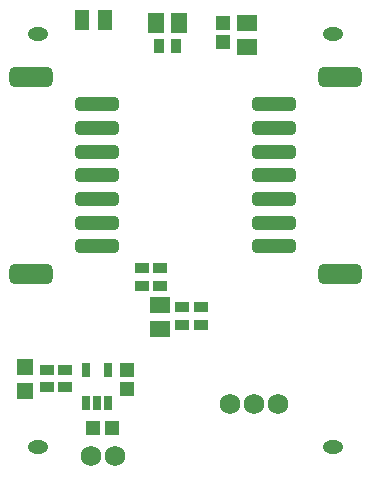
<source format=gbr>
G04*
G04 #@! TF.GenerationSoftware,Altium Limited,Altium Designer,22.4.2 (48)*
G04*
G04 Layer_Color=8388736*
%FSLAX44Y44*%
%MOMM*%
G71*
G04*
G04 #@! TF.SameCoordinates,805B4EF3-34EF-46CF-B3EC-FB7C4EB053B5*
G04*
G04*
G04 #@! TF.FilePolarity,Negative*
G04*
G01*
G75*
%ADD26R,1.2032X0.9532*%
%ADD27R,1.1532X1.6532*%
G04:AMPARAMS|DCode=28|XSize=1.7032mm|YSize=3.7032mm|CornerRadius=0.4766mm|HoleSize=0mm|Usage=FLASHONLY|Rotation=270.000|XOffset=0mm|YOffset=0mm|HoleType=Round|Shape=RoundedRectangle|*
%AMROUNDEDRECTD28*
21,1,1.7032,2.7500,0,0,270.0*
21,1,0.7500,3.7032,0,0,270.0*
1,1,0.9532,-1.3750,-0.3750*
1,1,0.9532,-1.3750,0.3750*
1,1,0.9532,1.3750,0.3750*
1,1,0.9532,1.3750,-0.3750*
%
%ADD28ROUNDEDRECTD28*%
G04:AMPARAMS|DCode=29|XSize=1.2032mm|YSize=3.7032mm|CornerRadius=0.3516mm|HoleSize=0mm|Usage=FLASHONLY|Rotation=270.000|XOffset=0mm|YOffset=0mm|HoleType=Round|Shape=RoundedRectangle|*
%AMROUNDEDRECTD29*
21,1,1.2032,3.0000,0,0,270.0*
21,1,0.5000,3.7032,0,0,270.0*
1,1,0.7032,-1.5000,-0.2500*
1,1,0.7032,-1.5000,0.2500*
1,1,0.7032,1.5000,0.2500*
1,1,0.7032,1.5000,-0.2500*
%
%ADD29ROUNDEDRECTD29*%
%ADD30R,1.6532X1.3532*%
G04:AMPARAMS|DCode=31|XSize=1.24mm|YSize=0.74mm|CornerRadius=0.22mm|HoleSize=0mm|Usage=FLASHONLY|Rotation=90.000|XOffset=0mm|YOffset=0mm|HoleType=Round|Shape=RoundedRectangle|*
%AMROUNDEDRECTD31*
21,1,1.2400,0.3000,0,0,90.0*
21,1,0.8000,0.7400,0,0,90.0*
1,1,0.4400,0.1500,0.4000*
1,1,0.4400,0.1500,-0.4000*
1,1,0.4400,-0.1500,-0.4000*
1,1,0.4400,-0.1500,0.4000*
%
%ADD31ROUNDEDRECTD31*%
%ADD32R,1.1532X1.2032*%
%ADD33R,1.2032X1.1532*%
%ADD34R,1.4032X1.4032*%
%ADD35R,0.9532X1.2032*%
%ADD36R,1.3532X1.6532*%
%ADD37C,1.7272*%
%ADD38O,1.7032X1.1032*%
D26*
X113030Y176410D02*
D03*
Y161410D02*
D03*
X162940Y128390D02*
D03*
Y143390D02*
D03*
X146940D02*
D03*
Y128390D02*
D03*
X128270Y176410D02*
D03*
Y161410D02*
D03*
X33020Y75500D02*
D03*
Y90500D02*
D03*
X48260Y75500D02*
D03*
Y90500D02*
D03*
D27*
X82140Y386080D02*
D03*
X62640D02*
D03*
D28*
X19250Y338500D02*
D03*
Y171500D02*
D03*
X280750D02*
D03*
Y338500D02*
D03*
D29*
X74750Y315000D02*
D03*
Y195000D02*
D03*
Y295000D02*
D03*
Y215000D02*
D03*
Y235000D02*
D03*
Y255000D02*
D03*
Y275000D02*
D03*
X225250Y195000D02*
D03*
Y315000D02*
D03*
Y215000D02*
D03*
Y295000D02*
D03*
Y275000D02*
D03*
Y255000D02*
D03*
Y235000D02*
D03*
D30*
X128489Y144982D02*
D03*
Y124982D02*
D03*
X201930Y363800D02*
D03*
Y383800D02*
D03*
D31*
X84430Y90200D02*
D03*
X65430D02*
D03*
X84430Y62200D02*
D03*
X74930D02*
D03*
X65430D02*
D03*
D32*
X72010Y40640D02*
D03*
X88010D02*
D03*
D33*
X100330Y74200D02*
D03*
Y90200D02*
D03*
X181610Y383920D02*
D03*
Y367920D02*
D03*
D34*
X13970Y93050D02*
D03*
Y72050D02*
D03*
D35*
X127240Y364490D02*
D03*
X142240D02*
D03*
D36*
X144740Y383800D02*
D03*
X124740D02*
D03*
D37*
X70000Y17000D02*
D03*
X90000D02*
D03*
X227960Y60960D02*
D03*
X207960D02*
D03*
X187960D02*
D03*
D38*
X25000Y25000D02*
D03*
X275000Y375000D02*
D03*
X25000D02*
D03*
X275000Y25000D02*
D03*
M02*

</source>
